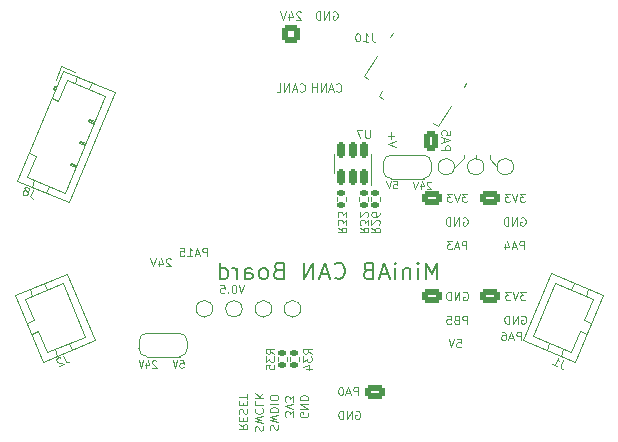
<source format=gbr>
G04 #@! TF.GenerationSoftware,KiCad,Pcbnew,(6.0.0)*
G04 #@! TF.CreationDate,2022-02-27T12:15:00+01:00*
G04 #@! TF.ProjectId,MiniAB-CAN-Board,4d696e69-4142-42d4-9341-4e2d426f6172,1*
G04 #@! TF.SameCoordinates,Original*
G04 #@! TF.FileFunction,Legend,Bot*
G04 #@! TF.FilePolarity,Positive*
%FSLAX46Y46*%
G04 Gerber Fmt 4.6, Leading zero omitted, Abs format (unit mm)*
G04 Created by KiCad (PCBNEW (6.0.0)) date 2022-02-27 12:15:00*
%MOMM*%
%LPD*%
G01*
G04 APERTURE LIST*
G04 Aperture macros list*
%AMRoundRect*
0 Rectangle with rounded corners*
0 $1 Rounding radius*
0 $2 $3 $4 $5 $6 $7 $8 $9 X,Y pos of 4 corners*
0 Add a 4 corners polygon primitive as box body*
4,1,4,$2,$3,$4,$5,$6,$7,$8,$9,$2,$3,0*
0 Add four circle primitives for the rounded corners*
1,1,$1+$1,$2,$3*
1,1,$1+$1,$4,$5*
1,1,$1+$1,$6,$7*
1,1,$1+$1,$8,$9*
0 Add four rect primitives between the rounded corners*
20,1,$1+$1,$2,$3,$4,$5,0*
20,1,$1+$1,$4,$5,$6,$7,0*
20,1,$1+$1,$6,$7,$8,$9,0*
20,1,$1+$1,$8,$9,$2,$3,0*%
%AMHorizOval*
0 Thick line with rounded ends*
0 $1 width*
0 $2 $3 position (X,Y) of the first rounded end (center of the circle)*
0 $4 $5 position (X,Y) of the second rounded end (center of the circle)*
0 Add line between two ends*
20,1,$1,$2,$3,$4,$5,0*
0 Add two circle primitives to create the rounded ends*
1,1,$1,$2,$3*
1,1,$1,$4,$5*%
%AMRotRect*
0 Rectangle, with rotation*
0 The origin of the aperture is its center*
0 $1 length*
0 $2 width*
0 $3 Rotation angle, in degrees counterclockwise*
0 Add horizontal line*
21,1,$1,$2,0,0,$3*%
%AMFreePoly0*
4,1,22,0.550000,-0.750000,0.000000,-0.750000,0.000000,-0.745033,-0.079941,-0.743568,-0.215256,-0.701293,-0.333266,-0.622738,-0.424486,-0.514219,-0.481581,-0.384460,-0.499164,-0.250000,-0.500000,-0.250000,-0.500000,0.250000,-0.499164,0.250000,-0.499963,0.256109,-0.478152,0.396186,-0.417904,0.524511,-0.324060,0.630769,-0.204165,0.706417,-0.067858,0.745374,0.000000,0.744959,0.000000,0.750000,
0.550000,0.750000,0.550000,-0.750000,0.550000,-0.750000,$1*%
%AMFreePoly1*
4,1,20,0.000000,0.744959,0.073905,0.744508,0.209726,0.703889,0.328688,0.626782,0.421226,0.519385,0.479903,0.390333,0.500000,0.250000,0.500000,-0.250000,0.499851,-0.262216,0.476331,-0.402017,0.414519,-0.529596,0.319384,-0.634700,0.198574,-0.708877,0.061801,-0.746166,0.000000,-0.745033,0.000000,-0.750000,-0.550000,-0.750000,-0.550000,0.750000,0.000000,0.750000,0.000000,0.744959,
0.000000,0.744959,$1*%
G04 Aperture macros list end*
%ADD10C,0.100000*%
%ADD11C,0.200000*%
%ADD12C,0.120000*%
%ADD13C,0.800000*%
%ADD14C,6.400000*%
%ADD15RoundRect,0.250000X-0.625000X0.350000X-0.625000X-0.350000X0.625000X-0.350000X0.625000X0.350000X0*%
%ADD16O,1.750000X1.200000*%
%ADD17RoundRect,0.250000X0.350000X0.625000X-0.350000X0.625000X-0.350000X-0.625000X0.350000X-0.625000X0*%
%ADD18O,1.200000X1.750000*%
%ADD19R,1.000000X1.000000*%
%ADD20O,1.000000X1.000000*%
%ADD21C,3.000000*%
%ADD22RoundRect,0.250001X-0.499999X-0.499999X0.499999X-0.499999X0.499999X0.499999X-0.499999X0.499999X0*%
%ADD23C,1.500000*%
%ADD24RoundRect,0.250001X0.653280X-0.270598X0.270598X0.653280X-0.653280X0.270598X-0.270598X-0.653280X0*%
%ADD25FreePoly0,180.000000*%
%ADD26R,1.000000X1.500000*%
%ADD27FreePoly1,180.000000*%
%ADD28C,1.000000*%
%ADD29RoundRect,0.250000X-0.443486X0.562535X-0.711364X-0.084181X0.443486X-0.562535X0.711364X0.084181X0*%
%ADD30HorizOval,1.200000X-0.254067X0.105238X0.254067X-0.105238X0*%
%ADD31RoundRect,0.135000X0.185000X-0.135000X0.185000X0.135000X-0.185000X0.135000X-0.185000X-0.135000X0*%
%ADD32RoundRect,0.250000X-0.711364X0.084181X-0.443486X-0.562535X0.711364X-0.084181X0.443486X0.562535X0*%
%ADD33HorizOval,1.200000X-0.254067X-0.105238X0.254067X0.105238X0*%
%ADD34FreePoly0,0.000000*%
%ADD35FreePoly1,0.000000*%
%ADD36RotRect,0.400000X1.350000X326.000000*%
%ADD37RotRect,1.200000X1.550000X326.000000*%
%ADD38RotRect,1.500000X1.550000X326.000000*%
%ADD39HorizOval,0.890000X-0.184534X-0.273582X0.184534X0.273582X0*%
%ADD40HorizOval,0.950000X0.124356X-0.083879X-0.124356X0.083879X0*%
%ADD41RoundRect,0.250000X0.443486X-0.562535X0.711364X0.084181X-0.443486X0.562535X-0.711364X-0.084181X0*%
%ADD42RoundRect,0.150000X0.150000X-0.512500X0.150000X0.512500X-0.150000X0.512500X-0.150000X-0.512500X0*%
G04 APERTURE END LIST*
D10*
X122175000Y-76725000D02*
X122940000Y-75960000D01*
X125160000Y-76080000D02*
X125160000Y-75700000D01*
X122940000Y-75960000D02*
X122940000Y-75700000D01*
X123960000Y-76025000D02*
X123960000Y-75700000D01*
X125780000Y-76700000D02*
X125160000Y-76080000D01*
X98143333Y-84523333D02*
X98110000Y-84490000D01*
X98043333Y-84456666D01*
X97876666Y-84456666D01*
X97810000Y-84490000D01*
X97776666Y-84523333D01*
X97743333Y-84590000D01*
X97743333Y-84656666D01*
X97776666Y-84756666D01*
X98176666Y-85156666D01*
X97743333Y-85156666D01*
X97143333Y-84690000D02*
X97143333Y-85156666D01*
X97310000Y-84423333D02*
X97476666Y-84923333D01*
X97043333Y-84923333D01*
X96876666Y-84456666D02*
X96643333Y-85156666D01*
X96410000Y-84456666D01*
X122373333Y-91316666D02*
X122706666Y-91316666D01*
X122740000Y-91650000D01*
X122706666Y-91616666D01*
X122640000Y-91583333D01*
X122473333Y-91583333D01*
X122406666Y-91616666D01*
X122373333Y-91650000D01*
X122340000Y-91716666D01*
X122340000Y-91883333D01*
X122373333Y-91950000D01*
X122406666Y-91983333D01*
X122473333Y-92016666D01*
X122640000Y-92016666D01*
X122706666Y-91983333D01*
X122740000Y-91950000D01*
X122140000Y-91316666D02*
X121906666Y-92016666D01*
X121673333Y-91316666D01*
X114006666Y-96066666D02*
X114006666Y-95366666D01*
X113740000Y-95366666D01*
X113673333Y-95400000D01*
X113640000Y-95433333D01*
X113606666Y-95500000D01*
X113606666Y-95600000D01*
X113640000Y-95666666D01*
X113673333Y-95700000D01*
X113740000Y-95733333D01*
X114006666Y-95733333D01*
X113340000Y-95866666D02*
X113006666Y-95866666D01*
X113406666Y-96066666D02*
X113173333Y-95366666D01*
X112940000Y-96066666D01*
X112573333Y-95366666D02*
X112506666Y-95366666D01*
X112440000Y-95400000D01*
X112406666Y-95433333D01*
X112373333Y-95500000D01*
X112340000Y-95633333D01*
X112340000Y-95800000D01*
X112373333Y-95933333D01*
X112406666Y-96000000D01*
X112440000Y-96033333D01*
X112506666Y-96066666D01*
X112573333Y-96066666D01*
X112640000Y-96033333D01*
X112673333Y-96000000D01*
X112706666Y-95933333D01*
X112740000Y-95800000D01*
X112740000Y-95633333D01*
X112706666Y-95500000D01*
X112673333Y-95433333D01*
X112640000Y-95400000D01*
X112573333Y-95366666D01*
X128186666Y-87296666D02*
X127753333Y-87296666D01*
X127986666Y-87563333D01*
X127886666Y-87563333D01*
X127820000Y-87596666D01*
X127786666Y-87630000D01*
X127753333Y-87696666D01*
X127753333Y-87863333D01*
X127786666Y-87930000D01*
X127820000Y-87963333D01*
X127886666Y-87996666D01*
X128086666Y-87996666D01*
X128153333Y-87963333D01*
X128186666Y-87930000D01*
X127553333Y-87296666D02*
X127320000Y-87996666D01*
X127086666Y-87296666D01*
X126920000Y-87296666D02*
X126486666Y-87296666D01*
X126720000Y-87563333D01*
X126620000Y-87563333D01*
X126553333Y-87596666D01*
X126520000Y-87630000D01*
X126486666Y-87696666D01*
X126486666Y-87863333D01*
X126520000Y-87930000D01*
X126553333Y-87963333D01*
X126620000Y-87996666D01*
X126820000Y-87996666D01*
X126886666Y-87963333D01*
X126920000Y-87930000D01*
X109073333Y-70300000D02*
X109106666Y-70333333D01*
X109206666Y-70366666D01*
X109273333Y-70366666D01*
X109373333Y-70333333D01*
X109440000Y-70266666D01*
X109473333Y-70200000D01*
X109506666Y-70066666D01*
X109506666Y-69966666D01*
X109473333Y-69833333D01*
X109440000Y-69766666D01*
X109373333Y-69700000D01*
X109273333Y-69666666D01*
X109206666Y-69666666D01*
X109106666Y-69700000D01*
X109073333Y-69733333D01*
X108806666Y-70166666D02*
X108473333Y-70166666D01*
X108873333Y-70366666D02*
X108640000Y-69666666D01*
X108406666Y-70366666D01*
X108173333Y-70366666D02*
X108173333Y-69666666D01*
X107773333Y-70366666D01*
X107773333Y-69666666D01*
X107106666Y-70366666D02*
X107440000Y-70366666D01*
X107440000Y-69666666D01*
X128136666Y-78986666D02*
X127703333Y-78986666D01*
X127936666Y-79253333D01*
X127836666Y-79253333D01*
X127770000Y-79286666D01*
X127736666Y-79320000D01*
X127703333Y-79386666D01*
X127703333Y-79553333D01*
X127736666Y-79620000D01*
X127770000Y-79653333D01*
X127836666Y-79686666D01*
X128036666Y-79686666D01*
X128103333Y-79653333D01*
X128136666Y-79620000D01*
X127503333Y-78986666D02*
X127270000Y-79686666D01*
X127036666Y-78986666D01*
X126870000Y-78986666D02*
X126436666Y-78986666D01*
X126670000Y-79253333D01*
X126570000Y-79253333D01*
X126503333Y-79286666D01*
X126470000Y-79320000D01*
X126436666Y-79386666D01*
X126436666Y-79553333D01*
X126470000Y-79620000D01*
X126503333Y-79653333D01*
X126570000Y-79686666D01*
X126770000Y-79686666D01*
X126836666Y-79653333D01*
X126870000Y-79620000D01*
X122893333Y-81040000D02*
X122960000Y-81006666D01*
X123060000Y-81006666D01*
X123160000Y-81040000D01*
X123226666Y-81106666D01*
X123260000Y-81173333D01*
X123293333Y-81306666D01*
X123293333Y-81406666D01*
X123260000Y-81540000D01*
X123226666Y-81606666D01*
X123160000Y-81673333D01*
X123060000Y-81706666D01*
X122993333Y-81706666D01*
X122893333Y-81673333D01*
X122860000Y-81640000D01*
X122860000Y-81406666D01*
X122993333Y-81406666D01*
X122560000Y-81706666D02*
X122560000Y-81006666D01*
X122160000Y-81706666D01*
X122160000Y-81006666D01*
X121826666Y-81706666D02*
X121826666Y-81006666D01*
X121660000Y-81006666D01*
X121560000Y-81040000D01*
X121493333Y-81106666D01*
X121460000Y-81173333D01*
X121426666Y-81306666D01*
X121426666Y-81406666D01*
X121460000Y-81540000D01*
X121493333Y-81606666D01*
X121560000Y-81673333D01*
X121660000Y-81706666D01*
X121826666Y-81706666D01*
X109740000Y-97533333D02*
X109773333Y-97600000D01*
X109773333Y-97700000D01*
X109740000Y-97800000D01*
X109673333Y-97866666D01*
X109606666Y-97900000D01*
X109473333Y-97933333D01*
X109373333Y-97933333D01*
X109240000Y-97900000D01*
X109173333Y-97866666D01*
X109106666Y-97800000D01*
X109073333Y-97700000D01*
X109073333Y-97633333D01*
X109106666Y-97533333D01*
X109140000Y-97500000D01*
X109373333Y-97500000D01*
X109373333Y-97633333D01*
X109073333Y-97200000D02*
X109773333Y-97200000D01*
X109073333Y-96800000D01*
X109773333Y-96800000D01*
X109073333Y-96466666D02*
X109773333Y-96466666D01*
X109773333Y-96300000D01*
X109740000Y-96200000D01*
X109673333Y-96133333D01*
X109606666Y-96100000D01*
X109473333Y-96066666D01*
X109373333Y-96066666D01*
X109240000Y-96100000D01*
X109173333Y-96133333D01*
X109106666Y-96200000D01*
X109073333Y-96300000D01*
X109073333Y-96466666D01*
X121063333Y-75306666D02*
X121763333Y-75306666D01*
X121763333Y-75040000D01*
X121730000Y-74973333D01*
X121696666Y-74940000D01*
X121630000Y-74906666D01*
X121530000Y-74906666D01*
X121463333Y-74940000D01*
X121430000Y-74973333D01*
X121396666Y-75040000D01*
X121396666Y-75306666D01*
X121263333Y-74640000D02*
X121263333Y-74306666D01*
X121063333Y-74706666D02*
X121763333Y-74473333D01*
X121063333Y-74240000D01*
X121763333Y-73673333D02*
X121763333Y-74006666D01*
X121430000Y-74040000D01*
X121463333Y-74006666D01*
X121496666Y-73940000D01*
X121496666Y-73773333D01*
X121463333Y-73706666D01*
X121430000Y-73673333D01*
X121363333Y-73640000D01*
X121196666Y-73640000D01*
X121130000Y-73673333D01*
X121096666Y-73706666D01*
X121063333Y-73773333D01*
X121063333Y-73940000D01*
X121096666Y-74006666D01*
X121130000Y-74040000D01*
X113793333Y-97410000D02*
X113860000Y-97376666D01*
X113960000Y-97376666D01*
X114060000Y-97410000D01*
X114126666Y-97476666D01*
X114160000Y-97543333D01*
X114193333Y-97676666D01*
X114193333Y-97776666D01*
X114160000Y-97910000D01*
X114126666Y-97976666D01*
X114060000Y-98043333D01*
X113960000Y-98076666D01*
X113893333Y-98076666D01*
X113793333Y-98043333D01*
X113760000Y-98010000D01*
X113760000Y-97776666D01*
X113893333Y-97776666D01*
X113460000Y-98076666D02*
X113460000Y-97376666D01*
X113060000Y-98076666D01*
X113060000Y-97376666D01*
X112726666Y-98076666D02*
X112726666Y-97376666D01*
X112560000Y-97376666D01*
X112460000Y-97410000D01*
X112393333Y-97476666D01*
X112360000Y-97543333D01*
X112326666Y-97676666D01*
X112326666Y-97776666D01*
X112360000Y-97910000D01*
X112393333Y-97976666D01*
X112460000Y-98043333D01*
X112560000Y-98076666D01*
X112726666Y-98076666D01*
X127843333Y-89350000D02*
X127910000Y-89316666D01*
X128010000Y-89316666D01*
X128110000Y-89350000D01*
X128176666Y-89416666D01*
X128210000Y-89483333D01*
X128243333Y-89616666D01*
X128243333Y-89716666D01*
X128210000Y-89850000D01*
X128176666Y-89916666D01*
X128110000Y-89983333D01*
X128010000Y-90016666D01*
X127943333Y-90016666D01*
X127843333Y-89983333D01*
X127810000Y-89950000D01*
X127810000Y-89716666D01*
X127943333Y-89716666D01*
X127510000Y-90016666D02*
X127510000Y-89316666D01*
X127110000Y-90016666D01*
X127110000Y-89316666D01*
X126776666Y-90016666D02*
X126776666Y-89316666D01*
X126610000Y-89316666D01*
X126510000Y-89350000D01*
X126443333Y-89416666D01*
X126410000Y-89483333D01*
X126376666Y-89616666D01*
X126376666Y-89716666D01*
X126410000Y-89850000D01*
X126443333Y-89916666D01*
X126510000Y-89983333D01*
X126610000Y-90016666D01*
X126776666Y-90016666D01*
X105296666Y-99083333D02*
X105263333Y-98983333D01*
X105263333Y-98816666D01*
X105296666Y-98750000D01*
X105330000Y-98716666D01*
X105396666Y-98683333D01*
X105463333Y-98683333D01*
X105530000Y-98716666D01*
X105563333Y-98750000D01*
X105596666Y-98816666D01*
X105630000Y-98950000D01*
X105663333Y-99016666D01*
X105696666Y-99050000D01*
X105763333Y-99083333D01*
X105830000Y-99083333D01*
X105896666Y-99050000D01*
X105930000Y-99016666D01*
X105963333Y-98950000D01*
X105963333Y-98783333D01*
X105930000Y-98683333D01*
X105963333Y-98450000D02*
X105263333Y-98283333D01*
X105763333Y-98150000D01*
X105263333Y-98016666D01*
X105963333Y-97850000D01*
X105330000Y-97183333D02*
X105296666Y-97216666D01*
X105263333Y-97316666D01*
X105263333Y-97383333D01*
X105296666Y-97483333D01*
X105363333Y-97550000D01*
X105430000Y-97583333D01*
X105563333Y-97616666D01*
X105663333Y-97616666D01*
X105796666Y-97583333D01*
X105863333Y-97550000D01*
X105930000Y-97483333D01*
X105963333Y-97383333D01*
X105963333Y-97316666D01*
X105930000Y-97216666D01*
X105896666Y-97183333D01*
X105263333Y-96550000D02*
X105263333Y-96883333D01*
X105963333Y-96883333D01*
X105263333Y-96316666D02*
X105963333Y-96316666D01*
X105263333Y-95916666D02*
X105663333Y-96216666D01*
X105963333Y-95916666D02*
X105563333Y-96316666D01*
X109163333Y-63623333D02*
X109130000Y-63590000D01*
X109063333Y-63556666D01*
X108896666Y-63556666D01*
X108830000Y-63590000D01*
X108796666Y-63623333D01*
X108763333Y-63690000D01*
X108763333Y-63756666D01*
X108796666Y-63856666D01*
X109196666Y-64256666D01*
X108763333Y-64256666D01*
X108163333Y-63790000D02*
X108163333Y-64256666D01*
X108330000Y-63523333D02*
X108496666Y-64023333D01*
X108063333Y-64023333D01*
X107896666Y-63556666D02*
X107663333Y-64256666D01*
X107430000Y-63556666D01*
X123246666Y-90036666D02*
X123246666Y-89336666D01*
X122980000Y-89336666D01*
X122913333Y-89370000D01*
X122880000Y-89403333D01*
X122846666Y-89470000D01*
X122846666Y-89570000D01*
X122880000Y-89636666D01*
X122913333Y-89670000D01*
X122980000Y-89703333D01*
X123246666Y-89703333D01*
X122313333Y-89670000D02*
X122213333Y-89703333D01*
X122180000Y-89736666D01*
X122146666Y-89803333D01*
X122146666Y-89903333D01*
X122180000Y-89970000D01*
X122213333Y-90003333D01*
X122280000Y-90036666D01*
X122546666Y-90036666D01*
X122546666Y-89336666D01*
X122313333Y-89336666D01*
X122246666Y-89370000D01*
X122213333Y-89403333D01*
X122180000Y-89470000D01*
X122180000Y-89536666D01*
X122213333Y-89603333D01*
X122246666Y-89636666D01*
X122313333Y-89670000D01*
X122546666Y-89670000D01*
X121513333Y-89336666D02*
X121846666Y-89336666D01*
X121880000Y-89670000D01*
X121846666Y-89636666D01*
X121780000Y-89603333D01*
X121613333Y-89603333D01*
X121546666Y-89636666D01*
X121513333Y-89670000D01*
X121480000Y-89736666D01*
X121480000Y-89903333D01*
X121513333Y-89970000D01*
X121546666Y-90003333D01*
X121613333Y-90036666D01*
X121780000Y-90036666D01*
X121846666Y-90003333D01*
X121880000Y-89970000D01*
X127796666Y-91406666D02*
X127796666Y-90706666D01*
X127530000Y-90706666D01*
X127463333Y-90740000D01*
X127430000Y-90773333D01*
X127396666Y-90840000D01*
X127396666Y-90940000D01*
X127430000Y-91006666D01*
X127463333Y-91040000D01*
X127530000Y-91073333D01*
X127796666Y-91073333D01*
X127130000Y-91206666D02*
X126796666Y-91206666D01*
X127196666Y-91406666D02*
X126963333Y-90706666D01*
X126730000Y-91406666D01*
X126196666Y-90706666D02*
X126330000Y-90706666D01*
X126396666Y-90740000D01*
X126430000Y-90773333D01*
X126496666Y-90873333D01*
X126530000Y-91006666D01*
X126530000Y-91273333D01*
X126496666Y-91340000D01*
X126463333Y-91373333D01*
X126396666Y-91406666D01*
X126263333Y-91406666D01*
X126196666Y-91373333D01*
X126163333Y-91340000D01*
X126130000Y-91273333D01*
X126130000Y-91106666D01*
X126163333Y-91040000D01*
X126196666Y-91006666D01*
X126263333Y-90973333D01*
X126396666Y-90973333D01*
X126463333Y-91006666D01*
X126496666Y-91040000D01*
X126530000Y-91106666D01*
D11*
X120700000Y-86233333D02*
X120700000Y-84833333D01*
X120233333Y-85833333D01*
X119766666Y-84833333D01*
X119766666Y-86233333D01*
X119100000Y-86233333D02*
X119100000Y-85300000D01*
X119100000Y-84833333D02*
X119166666Y-84900000D01*
X119100000Y-84966666D01*
X119033333Y-84900000D01*
X119100000Y-84833333D01*
X119100000Y-84966666D01*
X118433333Y-85300000D02*
X118433333Y-86233333D01*
X118433333Y-85433333D02*
X118366666Y-85366666D01*
X118233333Y-85300000D01*
X118033333Y-85300000D01*
X117900000Y-85366666D01*
X117833333Y-85500000D01*
X117833333Y-86233333D01*
X117166666Y-86233333D02*
X117166666Y-85300000D01*
X117166666Y-84833333D02*
X117233333Y-84900000D01*
X117166666Y-84966666D01*
X117100000Y-84900000D01*
X117166666Y-84833333D01*
X117166666Y-84966666D01*
X116566666Y-85833333D02*
X115900000Y-85833333D01*
X116700000Y-86233333D02*
X116233333Y-84833333D01*
X115766666Y-86233333D01*
X114833333Y-85500000D02*
X114633333Y-85566666D01*
X114566666Y-85633333D01*
X114500000Y-85766666D01*
X114500000Y-85966666D01*
X114566666Y-86100000D01*
X114633333Y-86166666D01*
X114766666Y-86233333D01*
X115300000Y-86233333D01*
X115300000Y-84833333D01*
X114833333Y-84833333D01*
X114700000Y-84900000D01*
X114633333Y-84966666D01*
X114566666Y-85100000D01*
X114566666Y-85233333D01*
X114633333Y-85366666D01*
X114700000Y-85433333D01*
X114833333Y-85500000D01*
X115300000Y-85500000D01*
X112033333Y-86100000D02*
X112100000Y-86166666D01*
X112300000Y-86233333D01*
X112433333Y-86233333D01*
X112633333Y-86166666D01*
X112766666Y-86033333D01*
X112833333Y-85900000D01*
X112900000Y-85633333D01*
X112900000Y-85433333D01*
X112833333Y-85166666D01*
X112766666Y-85033333D01*
X112633333Y-84900000D01*
X112433333Y-84833333D01*
X112300000Y-84833333D01*
X112100000Y-84900000D01*
X112033333Y-84966666D01*
X111500000Y-85833333D02*
X110833333Y-85833333D01*
X111633333Y-86233333D02*
X111166666Y-84833333D01*
X110700000Y-86233333D01*
X110233333Y-86233333D02*
X110233333Y-84833333D01*
X109433333Y-86233333D01*
X109433333Y-84833333D01*
X107233333Y-85500000D02*
X107033333Y-85566666D01*
X106966666Y-85633333D01*
X106900000Y-85766666D01*
X106900000Y-85966666D01*
X106966666Y-86100000D01*
X107033333Y-86166666D01*
X107166666Y-86233333D01*
X107700000Y-86233333D01*
X107700000Y-84833333D01*
X107233333Y-84833333D01*
X107100000Y-84900000D01*
X107033333Y-84966666D01*
X106966666Y-85100000D01*
X106966666Y-85233333D01*
X107033333Y-85366666D01*
X107100000Y-85433333D01*
X107233333Y-85500000D01*
X107700000Y-85500000D01*
X106100000Y-86233333D02*
X106233333Y-86166666D01*
X106300000Y-86100000D01*
X106366666Y-85966666D01*
X106366666Y-85566666D01*
X106300000Y-85433333D01*
X106233333Y-85366666D01*
X106100000Y-85300000D01*
X105900000Y-85300000D01*
X105766666Y-85366666D01*
X105700000Y-85433333D01*
X105633333Y-85566666D01*
X105633333Y-85966666D01*
X105700000Y-86100000D01*
X105766666Y-86166666D01*
X105900000Y-86233333D01*
X106100000Y-86233333D01*
X104433333Y-86233333D02*
X104433333Y-85500000D01*
X104500000Y-85366666D01*
X104633333Y-85300000D01*
X104900000Y-85300000D01*
X105033333Y-85366666D01*
X104433333Y-86166666D02*
X104566666Y-86233333D01*
X104900000Y-86233333D01*
X105033333Y-86166666D01*
X105100000Y-86033333D01*
X105100000Y-85900000D01*
X105033333Y-85766666D01*
X104900000Y-85700000D01*
X104566666Y-85700000D01*
X104433333Y-85633333D01*
X103766666Y-86233333D02*
X103766666Y-85300000D01*
X103766666Y-85566666D02*
X103700000Y-85433333D01*
X103633333Y-85366666D01*
X103500000Y-85300000D01*
X103366666Y-85300000D01*
X102300000Y-86233333D02*
X102300000Y-84833333D01*
X102300000Y-86166666D02*
X102433333Y-86233333D01*
X102700000Y-86233333D01*
X102833333Y-86166666D01*
X102900000Y-86100000D01*
X102966666Y-85966666D01*
X102966666Y-85566666D01*
X102900000Y-85433333D01*
X102833333Y-85366666D01*
X102700000Y-85300000D01*
X102433333Y-85300000D01*
X102300000Y-85366666D01*
D10*
X106576666Y-98983333D02*
X106543333Y-98883333D01*
X106543333Y-98716666D01*
X106576666Y-98650000D01*
X106610000Y-98616666D01*
X106676666Y-98583333D01*
X106743333Y-98583333D01*
X106810000Y-98616666D01*
X106843333Y-98650000D01*
X106876666Y-98716666D01*
X106910000Y-98850000D01*
X106943333Y-98916666D01*
X106976666Y-98950000D01*
X107043333Y-98983333D01*
X107110000Y-98983333D01*
X107176666Y-98950000D01*
X107210000Y-98916666D01*
X107243333Y-98850000D01*
X107243333Y-98683333D01*
X107210000Y-98583333D01*
X107243333Y-98350000D02*
X106543333Y-98183333D01*
X107043333Y-98050000D01*
X106543333Y-97916666D01*
X107243333Y-97750000D01*
X106543333Y-97483333D02*
X107243333Y-97483333D01*
X107243333Y-97316666D01*
X107210000Y-97216666D01*
X107143333Y-97150000D01*
X107076666Y-97116666D01*
X106943333Y-97083333D01*
X106843333Y-97083333D01*
X106710000Y-97116666D01*
X106643333Y-97150000D01*
X106576666Y-97216666D01*
X106543333Y-97316666D01*
X106543333Y-97483333D01*
X106543333Y-96783333D02*
X107243333Y-96783333D01*
X107243333Y-96316666D02*
X107243333Y-96183333D01*
X107210000Y-96116666D01*
X107143333Y-96050000D01*
X107010000Y-96016666D01*
X106776666Y-96016666D01*
X106643333Y-96050000D01*
X106576666Y-96116666D01*
X106543333Y-96183333D01*
X106543333Y-96316666D01*
X106576666Y-96383333D01*
X106643333Y-96450000D01*
X106776666Y-96483333D01*
X107010000Y-96483333D01*
X107143333Y-96450000D01*
X107210000Y-96383333D01*
X107243333Y-96316666D01*
X123236666Y-78986666D02*
X122803333Y-78986666D01*
X123036666Y-79253333D01*
X122936666Y-79253333D01*
X122870000Y-79286666D01*
X122836666Y-79320000D01*
X122803333Y-79386666D01*
X122803333Y-79553333D01*
X122836666Y-79620000D01*
X122870000Y-79653333D01*
X122936666Y-79686666D01*
X123136666Y-79686666D01*
X123203333Y-79653333D01*
X123236666Y-79620000D01*
X122603333Y-78986666D02*
X122370000Y-79686666D01*
X122136666Y-78986666D01*
X121970000Y-78986666D02*
X121536666Y-78986666D01*
X121770000Y-79253333D01*
X121670000Y-79253333D01*
X121603333Y-79286666D01*
X121570000Y-79320000D01*
X121536666Y-79386666D01*
X121536666Y-79553333D01*
X121570000Y-79620000D01*
X121603333Y-79653333D01*
X121670000Y-79686666D01*
X121870000Y-79686666D01*
X121936666Y-79653333D01*
X121970000Y-79620000D01*
X123186666Y-83706666D02*
X123186666Y-83006666D01*
X122920000Y-83006666D01*
X122853333Y-83040000D01*
X122820000Y-83073333D01*
X122786666Y-83140000D01*
X122786666Y-83240000D01*
X122820000Y-83306666D01*
X122853333Y-83340000D01*
X122920000Y-83373333D01*
X123186666Y-83373333D01*
X122520000Y-83506666D02*
X122186666Y-83506666D01*
X122586666Y-83706666D02*
X122353333Y-83006666D01*
X122120000Y-83706666D01*
X121953333Y-83006666D02*
X121520000Y-83006666D01*
X121753333Y-83273333D01*
X121653333Y-83273333D01*
X121586666Y-83306666D01*
X121553333Y-83340000D01*
X121520000Y-83406666D01*
X121520000Y-83573333D01*
X121553333Y-83640000D01*
X121586666Y-83673333D01*
X121653333Y-83706666D01*
X121853333Y-83706666D01*
X121920000Y-83673333D01*
X121953333Y-83640000D01*
X128066666Y-83706666D02*
X128066666Y-83006666D01*
X127800000Y-83006666D01*
X127733333Y-83040000D01*
X127700000Y-83073333D01*
X127666666Y-83140000D01*
X127666666Y-83240000D01*
X127700000Y-83306666D01*
X127733333Y-83340000D01*
X127800000Y-83373333D01*
X128066666Y-83373333D01*
X127400000Y-83506666D02*
X127066666Y-83506666D01*
X127466666Y-83706666D02*
X127233333Y-83006666D01*
X127000000Y-83706666D01*
X126466666Y-83240000D02*
X126466666Y-83706666D01*
X126633333Y-82973333D02*
X126800000Y-83473333D01*
X126366666Y-83473333D01*
X112156666Y-70300000D02*
X112190000Y-70333333D01*
X112290000Y-70366666D01*
X112356666Y-70366666D01*
X112456666Y-70333333D01*
X112523333Y-70266666D01*
X112556666Y-70200000D01*
X112590000Y-70066666D01*
X112590000Y-69966666D01*
X112556666Y-69833333D01*
X112523333Y-69766666D01*
X112456666Y-69700000D01*
X112356666Y-69666666D01*
X112290000Y-69666666D01*
X112190000Y-69700000D01*
X112156666Y-69733333D01*
X111890000Y-70166666D02*
X111556666Y-70166666D01*
X111956666Y-70366666D02*
X111723333Y-69666666D01*
X111490000Y-70366666D01*
X111256666Y-70366666D02*
X111256666Y-69666666D01*
X110856666Y-70366666D01*
X110856666Y-69666666D01*
X110523333Y-70366666D02*
X110523333Y-69666666D01*
X110523333Y-70000000D02*
X110123333Y-70000000D01*
X110123333Y-70366666D02*
X110123333Y-69666666D01*
X111883333Y-63600000D02*
X111950000Y-63566666D01*
X112050000Y-63566666D01*
X112150000Y-63600000D01*
X112216666Y-63666666D01*
X112250000Y-63733333D01*
X112283333Y-63866666D01*
X112283333Y-63966666D01*
X112250000Y-64100000D01*
X112216666Y-64166666D01*
X112150000Y-64233333D01*
X112050000Y-64266666D01*
X111983333Y-64266666D01*
X111883333Y-64233333D01*
X111850000Y-64200000D01*
X111850000Y-63966666D01*
X111983333Y-63966666D01*
X111550000Y-64266666D02*
X111550000Y-63566666D01*
X111150000Y-64266666D01*
X111150000Y-63566666D01*
X110816666Y-64266666D02*
X110816666Y-63566666D01*
X110650000Y-63566666D01*
X110550000Y-63600000D01*
X110483333Y-63666666D01*
X110450000Y-63733333D01*
X110416666Y-63866666D01*
X110416666Y-63966666D01*
X110450000Y-64100000D01*
X110483333Y-64166666D01*
X110550000Y-64233333D01*
X110650000Y-64266666D01*
X110816666Y-64266666D01*
X104366666Y-86716666D02*
X104133333Y-87416666D01*
X103900000Y-86716666D01*
X103533333Y-86716666D02*
X103466666Y-86716666D01*
X103400000Y-86750000D01*
X103366666Y-86783333D01*
X103333333Y-86850000D01*
X103300000Y-86983333D01*
X103300000Y-87150000D01*
X103333333Y-87283333D01*
X103366666Y-87350000D01*
X103400000Y-87383333D01*
X103466666Y-87416666D01*
X103533333Y-87416666D01*
X103600000Y-87383333D01*
X103633333Y-87350000D01*
X103666666Y-87283333D01*
X103700000Y-87150000D01*
X103700000Y-86983333D01*
X103666666Y-86850000D01*
X103633333Y-86783333D01*
X103600000Y-86750000D01*
X103533333Y-86716666D01*
X103000000Y-87350000D02*
X102966666Y-87383333D01*
X103000000Y-87416666D01*
X103033333Y-87383333D01*
X103000000Y-87350000D01*
X103000000Y-87416666D01*
X102333333Y-86716666D02*
X102666666Y-86716666D01*
X102700000Y-87050000D01*
X102666666Y-87016666D01*
X102600000Y-86983333D01*
X102433333Y-86983333D01*
X102366666Y-87016666D01*
X102333333Y-87050000D01*
X102300000Y-87116666D01*
X102300000Y-87283333D01*
X102333333Y-87350000D01*
X102366666Y-87383333D01*
X102433333Y-87416666D01*
X102600000Y-87416666D01*
X102666666Y-87383333D01*
X102700000Y-87350000D01*
X127793333Y-81040000D02*
X127860000Y-81006666D01*
X127960000Y-81006666D01*
X128060000Y-81040000D01*
X128126666Y-81106666D01*
X128160000Y-81173333D01*
X128193333Y-81306666D01*
X128193333Y-81406666D01*
X128160000Y-81540000D01*
X128126666Y-81606666D01*
X128060000Y-81673333D01*
X127960000Y-81706666D01*
X127893333Y-81706666D01*
X127793333Y-81673333D01*
X127760000Y-81640000D01*
X127760000Y-81406666D01*
X127893333Y-81406666D01*
X127460000Y-81706666D02*
X127460000Y-81006666D01*
X127060000Y-81706666D01*
X127060000Y-81006666D01*
X126726666Y-81706666D02*
X126726666Y-81006666D01*
X126560000Y-81006666D01*
X126460000Y-81040000D01*
X126393333Y-81106666D01*
X126360000Y-81173333D01*
X126326666Y-81306666D01*
X126326666Y-81406666D01*
X126360000Y-81540000D01*
X126393333Y-81606666D01*
X126460000Y-81673333D01*
X126560000Y-81706666D01*
X126726666Y-81706666D01*
X122923333Y-87340000D02*
X122990000Y-87306666D01*
X123090000Y-87306666D01*
X123190000Y-87340000D01*
X123256666Y-87406666D01*
X123290000Y-87473333D01*
X123323333Y-87606666D01*
X123323333Y-87706666D01*
X123290000Y-87840000D01*
X123256666Y-87906666D01*
X123190000Y-87973333D01*
X123090000Y-88006666D01*
X123023333Y-88006666D01*
X122923333Y-87973333D01*
X122890000Y-87940000D01*
X122890000Y-87706666D01*
X123023333Y-87706666D01*
X122590000Y-88006666D02*
X122590000Y-87306666D01*
X122190000Y-88006666D01*
X122190000Y-87306666D01*
X121856666Y-88006666D02*
X121856666Y-87306666D01*
X121690000Y-87306666D01*
X121590000Y-87340000D01*
X121523333Y-87406666D01*
X121490000Y-87473333D01*
X121456666Y-87606666D01*
X121456666Y-87706666D01*
X121490000Y-87840000D01*
X121523333Y-87906666D01*
X121590000Y-87973333D01*
X121690000Y-88006666D01*
X121856666Y-88006666D01*
X108513333Y-97866666D02*
X108513333Y-97433333D01*
X108246666Y-97666666D01*
X108246666Y-97566666D01*
X108213333Y-97500000D01*
X108180000Y-97466666D01*
X108113333Y-97433333D01*
X107946666Y-97433333D01*
X107880000Y-97466666D01*
X107846666Y-97500000D01*
X107813333Y-97566666D01*
X107813333Y-97766666D01*
X107846666Y-97833333D01*
X107880000Y-97866666D01*
X108513333Y-97233333D02*
X107813333Y-97000000D01*
X108513333Y-96766666D01*
X108513333Y-96600000D02*
X108513333Y-96166666D01*
X108246666Y-96400000D01*
X108246666Y-96300000D01*
X108213333Y-96233333D01*
X108180000Y-96200000D01*
X108113333Y-96166666D01*
X107946666Y-96166666D01*
X107880000Y-96200000D01*
X107846666Y-96233333D01*
X107813333Y-96300000D01*
X107813333Y-96500000D01*
X107846666Y-96566666D01*
X107880000Y-96600000D01*
X103933333Y-98516666D02*
X104266666Y-98750000D01*
X103933333Y-98916666D02*
X104633333Y-98916666D01*
X104633333Y-98650000D01*
X104600000Y-98583333D01*
X104566666Y-98550000D01*
X104500000Y-98516666D01*
X104400000Y-98516666D01*
X104333333Y-98550000D01*
X104300000Y-98583333D01*
X104266666Y-98650000D01*
X104266666Y-98916666D01*
X104300000Y-98216666D02*
X104300000Y-97983333D01*
X103933333Y-97883333D02*
X103933333Y-98216666D01*
X104633333Y-98216666D01*
X104633333Y-97883333D01*
X103966666Y-97616666D02*
X103933333Y-97516666D01*
X103933333Y-97350000D01*
X103966666Y-97283333D01*
X104000000Y-97250000D01*
X104066666Y-97216666D01*
X104133333Y-97216666D01*
X104200000Y-97250000D01*
X104233333Y-97283333D01*
X104266666Y-97350000D01*
X104300000Y-97483333D01*
X104333333Y-97550000D01*
X104366666Y-97583333D01*
X104433333Y-97616666D01*
X104500000Y-97616666D01*
X104566666Y-97583333D01*
X104600000Y-97550000D01*
X104633333Y-97483333D01*
X104633333Y-97316666D01*
X104600000Y-97216666D01*
X104300000Y-96916666D02*
X104300000Y-96683333D01*
X103933333Y-96583333D02*
X103933333Y-96916666D01*
X104633333Y-96916666D01*
X104633333Y-96583333D01*
X104633333Y-96383333D02*
X104633333Y-95983333D01*
X103933333Y-96183333D02*
X104633333Y-96183333D01*
X117253333Y-75046666D02*
X116553333Y-74813333D01*
X117253333Y-74580000D01*
X116820000Y-74346666D02*
X116820000Y-73813333D01*
X116553333Y-74080000D02*
X117086666Y-74080000D01*
X101230000Y-84286666D02*
X101230000Y-83586666D01*
X100963333Y-83586666D01*
X100896666Y-83620000D01*
X100863333Y-83653333D01*
X100830000Y-83720000D01*
X100830000Y-83820000D01*
X100863333Y-83886666D01*
X100896666Y-83920000D01*
X100963333Y-83953333D01*
X101230000Y-83953333D01*
X100563333Y-84086666D02*
X100230000Y-84086666D01*
X100630000Y-84286666D02*
X100396666Y-83586666D01*
X100163333Y-84286666D01*
X99563333Y-84286666D02*
X99963333Y-84286666D01*
X99763333Y-84286666D02*
X99763333Y-83586666D01*
X99830000Y-83686666D01*
X99896666Y-83753333D01*
X99963333Y-83786666D01*
X98930000Y-83586666D02*
X99263333Y-83586666D01*
X99296666Y-83920000D01*
X99263333Y-83886666D01*
X99196666Y-83853333D01*
X99030000Y-83853333D01*
X98963333Y-83886666D01*
X98930000Y-83920000D01*
X98896666Y-83986666D01*
X98896666Y-84153333D01*
X98930000Y-84220000D01*
X98963333Y-84253333D01*
X99030000Y-84286666D01*
X99196666Y-84286666D01*
X99263333Y-84253333D01*
X99296666Y-84220000D01*
X96914285Y-93178571D02*
X96885714Y-93150000D01*
X96828571Y-93121428D01*
X96685714Y-93121428D01*
X96628571Y-93150000D01*
X96600000Y-93178571D01*
X96571428Y-93235714D01*
X96571428Y-93292857D01*
X96600000Y-93378571D01*
X96942857Y-93721428D01*
X96571428Y-93721428D01*
X96057142Y-93321428D02*
X96057142Y-93721428D01*
X96200000Y-93092857D02*
X96342857Y-93521428D01*
X95971428Y-93521428D01*
X95828571Y-93121428D02*
X95628571Y-93721428D01*
X95428571Y-93121428D01*
X98914285Y-93121428D02*
X99200000Y-93121428D01*
X99228571Y-93407142D01*
X99200000Y-93378571D01*
X99142857Y-93350000D01*
X99000000Y-93350000D01*
X98942857Y-93378571D01*
X98914285Y-93407142D01*
X98885714Y-93464285D01*
X98885714Y-93607142D01*
X98914285Y-93664285D01*
X98942857Y-93692857D01*
X99000000Y-93721428D01*
X99142857Y-93721428D01*
X99200000Y-93692857D01*
X99228571Y-93664285D01*
X98714285Y-93121428D02*
X98514285Y-93721428D01*
X98314285Y-93121428D01*
X86472267Y-78665139D02*
X86280925Y-79127079D01*
X86273453Y-79232223D01*
X86309532Y-79319328D01*
X86389164Y-79388392D01*
X86450756Y-79413904D01*
X85957114Y-78776474D02*
X86031462Y-78771190D01*
X86075014Y-78753150D01*
X86131322Y-78704314D01*
X86144078Y-78673518D01*
X86138795Y-78599170D01*
X86120755Y-78555618D01*
X86071919Y-78499310D01*
X85948735Y-78448286D01*
X85874387Y-78453569D01*
X85830835Y-78471609D01*
X85774527Y-78520445D01*
X85761770Y-78551241D01*
X85767054Y-78625589D01*
X85785094Y-78669141D01*
X85833930Y-78725449D01*
X85957114Y-78776474D01*
X86005950Y-78832782D01*
X86023990Y-78876334D01*
X86029273Y-78950682D01*
X85978249Y-79073866D01*
X85921941Y-79122702D01*
X85878389Y-79140742D01*
X85804041Y-79146026D01*
X85680857Y-79095001D01*
X85632021Y-79038693D01*
X85613981Y-78995141D01*
X85608697Y-78920793D01*
X85659722Y-78797609D01*
X85716030Y-78748773D01*
X85759582Y-78730733D01*
X85833930Y-78725449D01*
X106916666Y-92550000D02*
X106583333Y-92316666D01*
X106916666Y-92150000D02*
X106216666Y-92150000D01*
X106216666Y-92416666D01*
X106250000Y-92483333D01*
X106283333Y-92516666D01*
X106350000Y-92550000D01*
X106450000Y-92550000D01*
X106516666Y-92516666D01*
X106550000Y-92483333D01*
X106583333Y-92416666D01*
X106583333Y-92150000D01*
X106216666Y-92783333D02*
X106216666Y-93216666D01*
X106483333Y-92983333D01*
X106483333Y-93083333D01*
X106516666Y-93150000D01*
X106550000Y-93183333D01*
X106616666Y-93216666D01*
X106783333Y-93216666D01*
X106850000Y-93183333D01*
X106883333Y-93150000D01*
X106916666Y-93083333D01*
X106916666Y-92883333D01*
X106883333Y-92816666D01*
X106850000Y-92783333D01*
X106216666Y-93850000D02*
X106216666Y-93516666D01*
X106550000Y-93483333D01*
X106516666Y-93516666D01*
X106483333Y-93583333D01*
X106483333Y-93750000D01*
X106516666Y-93816666D01*
X106550000Y-93850000D01*
X106616666Y-93883333D01*
X106783333Y-93883333D01*
X106850000Y-93850000D01*
X106883333Y-93816666D01*
X106916666Y-93750000D01*
X106916666Y-93583333D01*
X106883333Y-93516666D01*
X106850000Y-93483333D01*
X89048876Y-92706553D02*
X89240218Y-93168493D01*
X89309282Y-93248124D01*
X89396386Y-93284204D01*
X89501530Y-93276732D01*
X89563122Y-93251220D01*
X88797224Y-92882950D02*
X88753672Y-92864910D01*
X88679324Y-92859626D01*
X88525344Y-92923407D01*
X88476508Y-92979715D01*
X88458469Y-93023267D01*
X88453185Y-93097615D01*
X88478697Y-93159207D01*
X88547761Y-93238839D01*
X89070387Y-93455317D01*
X88670039Y-93621147D01*
X115123333Y-81880000D02*
X115456666Y-82113333D01*
X115123333Y-82280000D02*
X115823333Y-82280000D01*
X115823333Y-82013333D01*
X115790000Y-81946666D01*
X115756666Y-81913333D01*
X115690000Y-81880000D01*
X115590000Y-81880000D01*
X115523333Y-81913333D01*
X115490000Y-81946666D01*
X115456666Y-82013333D01*
X115456666Y-82280000D01*
X115756666Y-81613333D02*
X115790000Y-81580000D01*
X115823333Y-81513333D01*
X115823333Y-81346666D01*
X115790000Y-81280000D01*
X115756666Y-81246666D01*
X115690000Y-81213333D01*
X115623333Y-81213333D01*
X115523333Y-81246666D01*
X115123333Y-81646666D01*
X115123333Y-81213333D01*
X115823333Y-80613333D02*
X115823333Y-80746666D01*
X115790000Y-80813333D01*
X115756666Y-80846666D01*
X115656666Y-80913333D01*
X115523333Y-80946666D01*
X115256666Y-80946666D01*
X115190000Y-80913333D01*
X115156666Y-80880000D01*
X115123333Y-80813333D01*
X115123333Y-80680000D01*
X115156666Y-80613333D01*
X115190000Y-80580000D01*
X115256666Y-80546666D01*
X115423333Y-80546666D01*
X115490000Y-80580000D01*
X115523333Y-80613333D01*
X115556666Y-80680000D01*
X115556666Y-80813333D01*
X115523333Y-80880000D01*
X115490000Y-80913333D01*
X115423333Y-80946666D01*
X112283333Y-81880000D02*
X112616666Y-82113333D01*
X112283333Y-82280000D02*
X112983333Y-82280000D01*
X112983333Y-82013333D01*
X112950000Y-81946666D01*
X112916666Y-81913333D01*
X112850000Y-81880000D01*
X112750000Y-81880000D01*
X112683333Y-81913333D01*
X112650000Y-81946666D01*
X112616666Y-82013333D01*
X112616666Y-82280000D01*
X112983333Y-81646666D02*
X112983333Y-81213333D01*
X112716666Y-81446666D01*
X112716666Y-81346666D01*
X112683333Y-81280000D01*
X112650000Y-81246666D01*
X112583333Y-81213333D01*
X112416666Y-81213333D01*
X112350000Y-81246666D01*
X112316666Y-81280000D01*
X112283333Y-81346666D01*
X112283333Y-81546666D01*
X112316666Y-81613333D01*
X112350000Y-81646666D01*
X112983333Y-80980000D02*
X112983333Y-80546666D01*
X112716666Y-80780000D01*
X112716666Y-80680000D01*
X112683333Y-80613333D01*
X112650000Y-80580000D01*
X112583333Y-80546666D01*
X112416666Y-80546666D01*
X112350000Y-80580000D01*
X112316666Y-80613333D01*
X112283333Y-80680000D01*
X112283333Y-80880000D01*
X112316666Y-80946666D01*
X112350000Y-80980000D01*
X110086666Y-92550000D02*
X109753333Y-92316666D01*
X110086666Y-92150000D02*
X109386666Y-92150000D01*
X109386666Y-92416666D01*
X109420000Y-92483333D01*
X109453333Y-92516666D01*
X109520000Y-92550000D01*
X109620000Y-92550000D01*
X109686666Y-92516666D01*
X109720000Y-92483333D01*
X109753333Y-92416666D01*
X109753333Y-92150000D01*
X109386666Y-92783333D02*
X109386666Y-93216666D01*
X109653333Y-92983333D01*
X109653333Y-93083333D01*
X109686666Y-93150000D01*
X109720000Y-93183333D01*
X109786666Y-93216666D01*
X109953333Y-93216666D01*
X110020000Y-93183333D01*
X110053333Y-93150000D01*
X110086666Y-93083333D01*
X110086666Y-92883333D01*
X110053333Y-92816666D01*
X110020000Y-92783333D01*
X109620000Y-93816666D02*
X110086666Y-93816666D01*
X109353333Y-93650000D02*
X109853333Y-93483333D01*
X109853333Y-93916666D01*
X116994285Y-77941428D02*
X117280000Y-77941428D01*
X117308571Y-78227142D01*
X117280000Y-78198571D01*
X117222857Y-78170000D01*
X117080000Y-78170000D01*
X117022857Y-78198571D01*
X116994285Y-78227142D01*
X116965714Y-78284285D01*
X116965714Y-78427142D01*
X116994285Y-78484285D01*
X117022857Y-78512857D01*
X117080000Y-78541428D01*
X117222857Y-78541428D01*
X117280000Y-78512857D01*
X117308571Y-78484285D01*
X116794285Y-77941428D02*
X116594285Y-78541428D01*
X116394285Y-77941428D01*
X120154285Y-78028571D02*
X120125714Y-78000000D01*
X120068571Y-77971428D01*
X119925714Y-77971428D01*
X119868571Y-78000000D01*
X119840000Y-78028571D01*
X119811428Y-78085714D01*
X119811428Y-78142857D01*
X119840000Y-78228571D01*
X120182857Y-78571428D01*
X119811428Y-78571428D01*
X119297142Y-78171428D02*
X119297142Y-78571428D01*
X119440000Y-77942857D02*
X119582857Y-78371428D01*
X119211428Y-78371428D01*
X119068571Y-77971428D02*
X118868571Y-78571428D01*
X118668571Y-77971428D01*
X115159990Y-65421625D02*
X115155626Y-65921606D01*
X115188086Y-66021893D01*
X115254168Y-66089139D01*
X115353874Y-66123343D01*
X115420538Y-66123925D01*
X114453908Y-66115490D02*
X114853893Y-66118980D01*
X114653900Y-66117235D02*
X114660009Y-65417262D01*
X114725800Y-65517839D01*
X114791883Y-65585085D01*
X114858256Y-65618999D01*
X114026700Y-65411735D02*
X113960035Y-65411153D01*
X113893080Y-65443903D01*
X113859457Y-65476944D01*
X113825544Y-65543318D01*
X113791048Y-65676355D01*
X113789594Y-65843015D01*
X113821762Y-65976635D01*
X113854512Y-66043590D01*
X113887554Y-66077212D01*
X113953927Y-66111126D01*
X114020591Y-66111708D01*
X114087546Y-66078958D01*
X114121169Y-66045917D01*
X114155083Y-65979543D01*
X114189578Y-65846506D01*
X114191033Y-65679846D01*
X114158864Y-65546227D01*
X114126114Y-65479272D01*
X114093073Y-65445649D01*
X114026700Y-65411735D01*
X131373349Y-93079223D02*
X131182007Y-93541163D01*
X131174535Y-93646307D01*
X131210614Y-93733412D01*
X131290246Y-93802476D01*
X131351838Y-93827988D01*
X130458755Y-93458061D02*
X130828306Y-93611134D01*
X130643531Y-93534597D02*
X130911409Y-92887882D01*
X130934733Y-93005782D01*
X130970812Y-93092886D01*
X131019648Y-93149194D01*
X115023333Y-73606666D02*
X115023333Y-74173333D01*
X114990000Y-74240000D01*
X114956666Y-74273333D01*
X114890000Y-74306666D01*
X114756666Y-74306666D01*
X114690000Y-74273333D01*
X114656666Y-74240000D01*
X114623333Y-74173333D01*
X114623333Y-73606666D01*
X114356666Y-73606666D02*
X113890000Y-73606666D01*
X114190000Y-74306666D01*
X114173333Y-81880000D02*
X114506666Y-82113333D01*
X114173333Y-82280000D02*
X114873333Y-82280000D01*
X114873333Y-82013333D01*
X114840000Y-81946666D01*
X114806666Y-81913333D01*
X114740000Y-81880000D01*
X114640000Y-81880000D01*
X114573333Y-81913333D01*
X114540000Y-81946666D01*
X114506666Y-82013333D01*
X114506666Y-82280000D01*
X114873333Y-81646666D02*
X114873333Y-81213333D01*
X114606666Y-81446666D01*
X114606666Y-81346666D01*
X114573333Y-81280000D01*
X114540000Y-81246666D01*
X114473333Y-81213333D01*
X114306666Y-81213333D01*
X114240000Y-81246666D01*
X114206666Y-81280000D01*
X114173333Y-81346666D01*
X114173333Y-81546666D01*
X114206666Y-81613333D01*
X114240000Y-81646666D01*
X114806666Y-80946666D02*
X114840000Y-80913333D01*
X114873333Y-80846666D01*
X114873333Y-80680000D01*
X114840000Y-80613333D01*
X114806666Y-80580000D01*
X114740000Y-80546666D01*
X114673333Y-80546666D01*
X114573333Y-80580000D01*
X114173333Y-80980000D01*
X114173333Y-80546666D01*
D12*
X96100000Y-92800000D02*
X98900000Y-92800000D01*
X95450000Y-91500000D02*
X95450000Y-92100000D01*
X98900000Y-90800000D02*
X96100000Y-90800000D01*
X99550000Y-92100000D02*
X99550000Y-91500000D01*
X95450000Y-92100000D02*
G75*
G03*
X96150000Y-92800000I699999J-1D01*
G01*
X99550000Y-91500000D02*
G75*
G03*
X98850000Y-90800000I-699999J1D01*
G01*
X96150000Y-90800000D02*
G75*
G03*
X95450000Y-91500000I-1J-699999D01*
G01*
X98850000Y-92800000D02*
G75*
G03*
X99550000Y-92100000I1J699999D01*
G01*
X106700000Y-88750000D02*
G75*
G03*
X106700000Y-88750000I-700000J0D01*
G01*
X101700000Y-88750000D02*
G75*
G03*
X101700000Y-88750000I-700000J0D01*
G01*
X91699262Y-72880840D02*
X91237322Y-72689499D01*
X90168528Y-76576359D02*
X89706588Y-76385017D01*
X93395571Y-70379594D02*
X89522815Y-79729255D01*
X90895627Y-74820987D02*
X90433687Y-74629646D01*
X85162104Y-77922989D02*
X89034860Y-68573328D01*
X86705340Y-75791294D02*
X86141773Y-75557857D01*
X88055190Y-70938460D02*
X88618757Y-71171897D01*
X89364990Y-69370332D02*
X92598568Y-70709724D01*
X88268949Y-70161088D02*
X88383754Y-69883924D01*
X86372386Y-78424304D02*
X86605823Y-77860738D01*
X90933895Y-74728600D02*
X90471955Y-74537258D01*
X92598568Y-70709724D02*
X89192685Y-78932251D01*
X89706588Y-76385017D02*
X89630052Y-76569793D01*
X90245142Y-69074643D02*
X90011705Y-69638210D01*
X88394147Y-69336209D02*
X88872501Y-68181359D01*
X91160785Y-72874275D02*
X91622725Y-73065616D01*
X88361337Y-70199356D02*
X88176561Y-70122819D01*
X91660993Y-72973228D02*
X91199054Y-72781887D01*
X85959107Y-77592859D02*
X86705340Y-75791294D01*
X89034860Y-68573328D02*
X93395571Y-70379594D01*
X89630052Y-76569793D02*
X90091991Y-76761135D01*
X89192685Y-78932251D02*
X85959107Y-77592859D01*
X91237322Y-72689499D02*
X91160785Y-72874275D01*
X88872501Y-68181359D02*
X90027351Y-68659714D01*
X88291366Y-69845656D02*
X88476142Y-69922192D01*
X87573429Y-78921793D02*
X87806866Y-78358226D01*
X88618757Y-71171897D02*
X89364990Y-69370332D01*
X90130260Y-76668747D02*
X89668320Y-76477405D01*
X90395419Y-74722034D02*
X90857358Y-74913375D01*
X89522815Y-79729255D02*
X85162104Y-77922989D01*
X88176561Y-70122819D02*
X88291366Y-69845656D01*
X90471955Y-74537258D02*
X90395419Y-74722034D01*
X91446185Y-69572132D02*
X91212749Y-70135698D01*
X124675000Y-76725000D02*
G75*
G03*
X124675000Y-76725000I-700000J0D01*
G01*
X107980000Y-93153641D02*
X107980000Y-92846359D01*
X107220000Y-93153641D02*
X107220000Y-92846359D01*
X122175000Y-76725000D02*
G75*
G03*
X122175000Y-76725000I-700000J0D01*
G01*
X127175000Y-76725000D02*
G75*
G03*
X127175000Y-76725000I-700000J0D01*
G01*
X87409959Y-86577258D02*
X87643396Y-87140825D01*
X89029215Y-86566800D02*
X90904364Y-91093809D01*
X86208915Y-87074747D02*
X86442352Y-87638313D01*
X88550938Y-92728890D02*
X88317501Y-92165323D01*
X86924553Y-90631636D02*
X86360986Y-90865073D01*
X84998633Y-87576062D02*
X89359345Y-85769796D01*
X90904364Y-91093809D02*
X87670785Y-92433202D01*
X86541869Y-89707757D02*
X85795637Y-87906192D01*
X85795637Y-87906192D02*
X89029215Y-86566800D01*
X85978303Y-89941194D02*
X86541869Y-89707757D01*
X91701367Y-91423939D02*
X87340656Y-93230205D01*
X87670785Y-92433202D02*
X86924553Y-90631636D01*
X89359345Y-85769796D02*
X91701367Y-91423939D01*
X89751981Y-92231401D02*
X89518544Y-91667835D01*
X87340656Y-93230205D02*
X84998633Y-87576062D01*
X115065000Y-79603641D02*
X115065000Y-79296359D01*
X115825000Y-79603641D02*
X115825000Y-79296359D01*
X112220000Y-79603641D02*
X112220000Y-79296359D01*
X112980000Y-79603641D02*
X112980000Y-79296359D01*
X108980000Y-93153641D02*
X108980000Y-92846359D01*
X108220000Y-93153641D02*
X108220000Y-92846359D01*
X116125000Y-76425000D02*
X116125000Y-77025000D01*
X119575000Y-75725000D02*
X116775000Y-75725000D01*
X116775000Y-77725000D02*
X119575000Y-77725000D01*
X120225000Y-77025000D02*
X120225000Y-76425000D01*
X120225000Y-76425000D02*
G75*
G03*
X119525000Y-75725000I-699999J1D01*
G01*
X116825000Y-75725000D02*
G75*
G03*
X116125000Y-76425000I-1J-699999D01*
G01*
X119525000Y-77725000D02*
G75*
G03*
X120225000Y-77025000I1J699999D01*
G01*
X116125000Y-77025000D02*
G75*
G03*
X116825000Y-77725000I699999J-1D01*
G01*
X109160000Y-88750000D02*
G75*
G03*
X109160000Y-88750000I-700000J0D01*
G01*
X122947733Y-69954069D02*
X123171410Y-69622454D01*
X115611760Y-67382143D02*
X114504559Y-69023637D01*
X121846123Y-71587273D02*
X120738921Y-73228768D01*
X116155449Y-70957405D02*
X115782382Y-70705768D01*
X116034019Y-70332702D02*
X115782382Y-70705768D01*
X120738921Y-73228768D02*
X120390725Y-72993907D01*
X116937048Y-65417324D02*
X116713370Y-65748939D01*
X114504559Y-69023637D02*
X114852754Y-69258498D01*
X134715917Y-87561706D02*
X132373894Y-93215849D01*
X133353564Y-90850717D02*
X132789997Y-90617280D01*
X132304591Y-86562902D02*
X132071154Y-87126469D01*
X128013183Y-91409583D02*
X130355205Y-85755440D01*
X130355205Y-85755440D02*
X134715917Y-87561706D01*
X129962569Y-92217045D02*
X130196005Y-91653479D01*
X128810186Y-91079453D02*
X130685335Y-86552444D01*
X132789997Y-90617280D02*
X132043764Y-92418845D01*
X132043764Y-92418845D02*
X128810186Y-91079453D01*
X132373894Y-93215849D02*
X128013183Y-91409583D01*
X133172681Y-89693401D02*
X133736247Y-89926838D01*
X133918913Y-87891836D02*
X133172681Y-89693401D01*
X130685335Y-86552444D02*
X133918913Y-87891836D01*
X131163612Y-92714534D02*
X131397049Y-92150967D01*
X133505635Y-87060391D02*
X133272198Y-87623957D01*
X111985000Y-76475000D02*
X111985000Y-75675000D01*
X111985000Y-76475000D02*
X111985000Y-77275000D01*
X115105000Y-76475000D02*
X115105000Y-75675000D01*
X115105000Y-76475000D02*
X115105000Y-78275000D01*
X114120000Y-79603641D02*
X114120000Y-79296359D01*
X114880000Y-79603641D02*
X114880000Y-79296359D01*
X104200000Y-88750000D02*
G75*
G03*
X104200000Y-88750000I-700000J0D01*
G01*
%LPC*%
D13*
X127747679Y-98159769D03*
X125347679Y-100559769D03*
X122947679Y-98159769D03*
X127044735Y-96462713D03*
X127044735Y-99856825D03*
X123650623Y-99856825D03*
X123650623Y-96462713D03*
X125347679Y-95759769D03*
D14*
X125347679Y-98159769D03*
D15*
X120250000Y-79400000D03*
D16*
X120250000Y-81400000D03*
X120250000Y-83400000D03*
D13*
X92651061Y-68857263D03*
X94348117Y-69560207D03*
X96045173Y-65463151D03*
X96748117Y-67160207D03*
X94348117Y-64760207D03*
D14*
X94348117Y-67160207D03*
D13*
X91948117Y-67160207D03*
X96045173Y-68857263D03*
X92651061Y-65463151D03*
D17*
X120175000Y-74500000D03*
D18*
X118175000Y-74500000D03*
D15*
X120250000Y-87700000D03*
D16*
X120250000Y-89700000D03*
X120250000Y-91700000D03*
D19*
X109400000Y-95200000D03*
D20*
X108130000Y-95200000D03*
X106860000Y-95200000D03*
X105590000Y-95200000D03*
X104320000Y-95200000D03*
D21*
X109850000Y-61165000D03*
D22*
X108350000Y-65485000D03*
D23*
X111350000Y-65485000D03*
X108350000Y-68485000D03*
X111350000Y-68485000D03*
D21*
X93333840Y-88128192D03*
D24*
X97325000Y-86475000D03*
D23*
X100096639Y-85326950D03*
D13*
X90327898Y-82659988D03*
X89624954Y-80962932D03*
D14*
X87927898Y-82659988D03*
D13*
X85527898Y-82659988D03*
X87927898Y-85059988D03*
X87927898Y-80259988D03*
X89624954Y-84357044D03*
X86230842Y-80962932D03*
X86230842Y-84357044D03*
D15*
X115400000Y-95750000D03*
D16*
X115400000Y-97750000D03*
D13*
X131767898Y-80259988D03*
D14*
X131767898Y-82659988D03*
D13*
X130070842Y-80962932D03*
X133464954Y-80962932D03*
X130070842Y-84357044D03*
X129367898Y-82659988D03*
X133464954Y-84357044D03*
X131767898Y-85059988D03*
X134167898Y-82659988D03*
D15*
X125150000Y-87700000D03*
D16*
X125150000Y-89700000D03*
X125150000Y-91700000D03*
D15*
X125150000Y-79400000D03*
D16*
X125150000Y-81400000D03*
X125150000Y-83400000D03*
D25*
X98800000Y-91800000D03*
D26*
X97500000Y-91800000D03*
D27*
X96200000Y-91800000D03*
D28*
X106000000Y-88750000D03*
X101000000Y-88750000D03*
D29*
X89918754Y-71169177D03*
D30*
X89153387Y-73016936D03*
X88388020Y-74864695D03*
X87622653Y-76712454D03*
D28*
X123975000Y-76725000D03*
D31*
X107600000Y-93510000D03*
X107600000Y-92490000D03*
D28*
X121475000Y-76725000D03*
X126475000Y-76725000D03*
D32*
X87459183Y-88786597D03*
D33*
X88224550Y-90634356D03*
D31*
X115445000Y-79960000D03*
X115445000Y-78940000D03*
X112600000Y-79960000D03*
X112600000Y-78940000D03*
X108600000Y-93510000D03*
X108600000Y-92490000D03*
D34*
X116875000Y-76725000D03*
D26*
X118175000Y-76725000D03*
D35*
X119475000Y-76725000D03*
D28*
X108460000Y-88750000D03*
D36*
X116689381Y-70183702D03*
X117228256Y-70547177D03*
X117767130Y-70910653D03*
X118306004Y-71274128D03*
X118844879Y-71637603D03*
D37*
X116872742Y-67050592D03*
D38*
X118447913Y-68113058D03*
D39*
X116375319Y-66715076D03*
D38*
X120105988Y-69231444D03*
D40*
X119839724Y-72308635D03*
D39*
X122178582Y-70629426D03*
D37*
X121681160Y-70293911D03*
D40*
X115694536Y-69512670D03*
D41*
X131490000Y-90620000D03*
D30*
X132255367Y-88772241D03*
D42*
X114495000Y-77612500D03*
X113545000Y-77612500D03*
X112595000Y-77612500D03*
X112595000Y-75337500D03*
X113545000Y-75337500D03*
X114495000Y-75337500D03*
D31*
X114500000Y-79960000D03*
X114500000Y-78940000D03*
D28*
X103500000Y-88750000D03*
M02*

</source>
